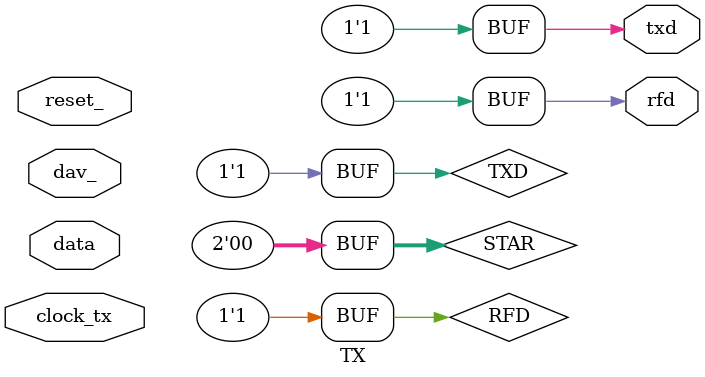
<source format=v>
module ABC(rxd, txd, clock_rx, clock_tx, reset_);
    input rxd, clock_rx, clock_tx, reset_;
    output txd;

    wire [7:0] data;
    wire rfd;
    wire dav_;

    RX rx(
        .rxd(rxd), .clock_rx(clock_rx), .reset_(reset_),
        .data(data), .rfd(rfd), .dav_(dav_)
    );

    TX tx(
        .txd(txd), .clock_tx(clock_tx), .reset_(reset_),
        .data(data), .rfd(rfd), .dav_(dav_)
    );
endmodule

module RX(rxd, clock_rx, reset_, data, rfd, dav_);
    input rxd;
    input clock_rx, reset_;
    
    output [7:0] data;
    input rfd;
    output dav_;
    
    reg [7:0] DATA;
    assign data = DATA;
    reg DAV_;
    assign dav_ = DAV_;

    reg[3:0] COUNT;
    reg[4:0] WAIT;
    
    reg[2:0] STAR; 
    localparam S0=0, S1=1, Wbit=2, Wstop=3, S4 = 4, S5 = 5;
    localparam start_bit=1'B0;

    always @(reset_==0) #1 begin 
        DAV_ <= 1; 
        STAR <= S0; 
    end

    always @(posedge clock_rx) if (reset_==1) #3
        casex(STAR)
            S0: begin
                COUNT <= 8;
                WAIT <= 23;
                STAR <= (rxd==start_bit) ? Wbit : S0; 
            end

            S1: begin
                DATA <= {rxd,DATA[7:1]}; 
                COUNT <= COUNT-1;
                WAIT <= 15; 
                STAR <= (COUNT==1) ? Wstop : Wbit; 
            end

            Wbit: begin
                WAIT <= WAIT-1; 
                STAR <= (WAIT==1) ? S1 : Wbit; 
            end

            Wstop: begin
                WAIT <= WAIT-1;
                STAR <= (WAIT==1) ? S4 : Wstop; 
            end

            S4: begin
                DAV_ <= 0;
                STAR <= (rfd==0) ? S5 : S4;                
            end

            S5: begin
                DAV_ <= 1;
                STAR <= (rfd==1) ? S0 : S5;
            end
        endcase
endmodule

module TX(txd, clock_tx, reset_, data, rfd, dav_);
    output txd;
    input clock_tx, reset_;
    
    input [7:0] data;
    output rfd;
    input dav_;

    reg RFD;
    assign rfd = RFD;
    reg TXD;
    assign txd = TXD;
    
    reg[3:0] COUNT;
    reg[9:0] BUFFER;
    reg[1:0] STAR;
    localparam S0=0, S1=1, S2=2;
    localparam marking=1'B1, start_bit=1'B0, stop_bit=1'B1;

    always @(reset_==0) #1 begin 
        RFD <= 1; 
        TXD <= marking; 
        STAR <= S0; 
    end
    
    always @(posedge clock_tx) if (reset_==1) #3
        casex(STAR)
            S0: begin 
                RFD <= 1; 
                COUNT <= 10; 
                TXD <= marking;
                BUFFER <= {stop_bit,data,start_bit};
                STAR <= (dav_==1) ? S0 : S1; 
            end

            S1: begin 
                RFD <= 0; 
                BUFFER <= {marking,BUFFER[9:1]}; 
                TXD <= BUFFER[0];
                COUNT <= COUNT-1; 
                STAR <= (COUNT==1) ? S2 : S1; 
            end

            S2: begin 
                STAR <= (dav_==0) ? S2 : S0; 
            end
        endcase
endmodule
</source>
